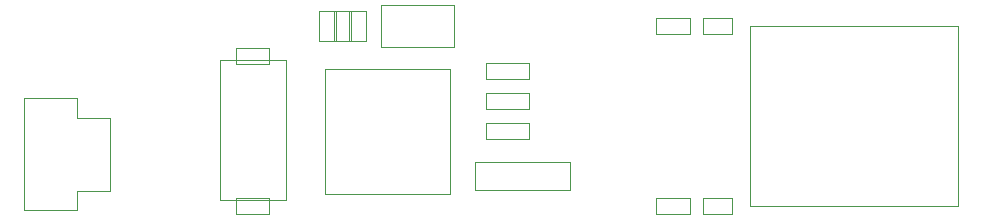
<source format=gbr>
G04 #@! TF.FileFunction,Other,User*
%FSLAX46Y46*%
G04 Gerber Fmt 4.6, Leading zero omitted, Abs format (unit mm)*
G04 Created by KiCad (PCBNEW 4.0.5) date 2017 May 26, Friday 10:14:16*
%MOMM*%
%LPD*%
G01*
G04 APERTURE LIST*
%ADD10C,0.100000*%
%ADD11C,0.050000*%
G04 APERTURE END LIST*
D10*
D11*
X90300000Y-56530000D02*
X87500000Y-56530000D01*
X90300000Y-56530000D02*
X90300000Y-55230000D01*
X87500000Y-55230000D02*
X87500000Y-56530000D01*
X87500000Y-55230000D02*
X90300000Y-55230000D01*
X90300000Y-69230000D02*
X87500000Y-69230000D01*
X90300000Y-69230000D02*
X90300000Y-67930000D01*
X87500000Y-67930000D02*
X87500000Y-69230000D01*
X87500000Y-67930000D02*
X90300000Y-67930000D01*
X115760000Y-67240000D02*
X115760000Y-64840000D01*
X115760000Y-64840000D02*
X107760000Y-64840000D01*
X107760000Y-64840000D02*
X107760000Y-67240000D01*
X107760000Y-67240000D02*
X115760000Y-67240000D01*
X112290000Y-62880000D02*
X108690000Y-62880000D01*
X112290000Y-62880000D02*
X112290000Y-61580000D01*
X108690000Y-61580000D02*
X108690000Y-62880000D01*
X108690000Y-61580000D02*
X112290000Y-61580000D01*
X112290000Y-60340000D02*
X108690000Y-60340000D01*
X112290000Y-60340000D02*
X112290000Y-59040000D01*
X108690000Y-59040000D02*
X108690000Y-60340000D01*
X108690000Y-59040000D02*
X112290000Y-59040000D01*
X112290000Y-57800000D02*
X108690000Y-57800000D01*
X112290000Y-57800000D02*
X112290000Y-56500000D01*
X108690000Y-56500000D02*
X108690000Y-57800000D01*
X108690000Y-56500000D02*
X112290000Y-56500000D01*
X125910000Y-67930000D02*
X125910000Y-69230000D01*
X125910000Y-69230000D02*
X123010000Y-69230000D01*
X123010000Y-69230000D02*
X123010000Y-67930000D01*
X123010000Y-67930000D02*
X125910000Y-67930000D01*
X125910000Y-52690000D02*
X125910000Y-53990000D01*
X125910000Y-53990000D02*
X123010000Y-53990000D01*
X123010000Y-53990000D02*
X123010000Y-52690000D01*
X123010000Y-52690000D02*
X125910000Y-52690000D01*
X148600000Y-68590000D02*
X131050000Y-68590000D01*
X131050000Y-68590000D02*
X131050000Y-53340000D01*
X131050000Y-53340000D02*
X148600000Y-53340000D01*
X148600000Y-53340000D02*
X148600000Y-68590000D01*
X97220000Y-52090000D02*
X97220000Y-54590000D01*
X97220000Y-52090000D02*
X95820000Y-52090000D01*
X95820000Y-54590000D02*
X97220000Y-54590000D01*
X95820000Y-54590000D02*
X95820000Y-52090000D01*
X95950000Y-52090000D02*
X95950000Y-54590000D01*
X95950000Y-52090000D02*
X94550000Y-52090000D01*
X94550000Y-54590000D02*
X95950000Y-54590000D01*
X94550000Y-54590000D02*
X94550000Y-52090000D01*
X98490000Y-52090000D02*
X98490000Y-54590000D01*
X98490000Y-52090000D02*
X97090000Y-52090000D01*
X97090000Y-54590000D02*
X98490000Y-54590000D01*
X97090000Y-54590000D02*
X97090000Y-52090000D01*
X129520000Y-69280000D02*
X127020000Y-69280000D01*
X129520000Y-69280000D02*
X129520000Y-67880000D01*
X127020000Y-67880000D02*
X127020000Y-69280000D01*
X127020000Y-67880000D02*
X129520000Y-67880000D01*
X127020000Y-52640000D02*
X129520000Y-52640000D01*
X127020000Y-52640000D02*
X127020000Y-54040000D01*
X129520000Y-54040000D02*
X129520000Y-52640000D01*
X129520000Y-54040000D02*
X127020000Y-54040000D01*
X91700000Y-56190000D02*
X86100000Y-56190000D01*
X86100000Y-56190000D02*
X86100000Y-68090000D01*
X86100000Y-68090000D02*
X91700000Y-68090000D01*
X91700000Y-68090000D02*
X91700000Y-56190000D01*
X95030000Y-56930000D02*
X95030000Y-67530000D01*
X105630000Y-56930000D02*
X105630000Y-67530000D01*
X95030000Y-56930000D02*
X105630000Y-56930000D01*
X95030000Y-67530000D02*
X105630000Y-67530000D01*
X105940000Y-55140000D02*
X105940000Y-51540000D01*
X105940000Y-51540000D02*
X99790000Y-51540000D01*
X99790000Y-51540000D02*
X99790000Y-55140000D01*
X99790000Y-55140000D02*
X105940000Y-55140000D01*
X69515000Y-68885000D02*
X73995000Y-68885000D01*
X73995000Y-68885000D02*
X73995000Y-67275000D01*
X73995000Y-67275000D02*
X76845000Y-67275000D01*
X76845000Y-67275000D02*
X76845000Y-61075000D01*
X76845000Y-61075000D02*
X73995000Y-61075000D01*
X73995000Y-61075000D02*
X73995000Y-59455000D01*
X73995000Y-59455000D02*
X69515000Y-59455000D01*
X69515000Y-59455000D02*
X69515000Y-68885000D01*
M02*

</source>
